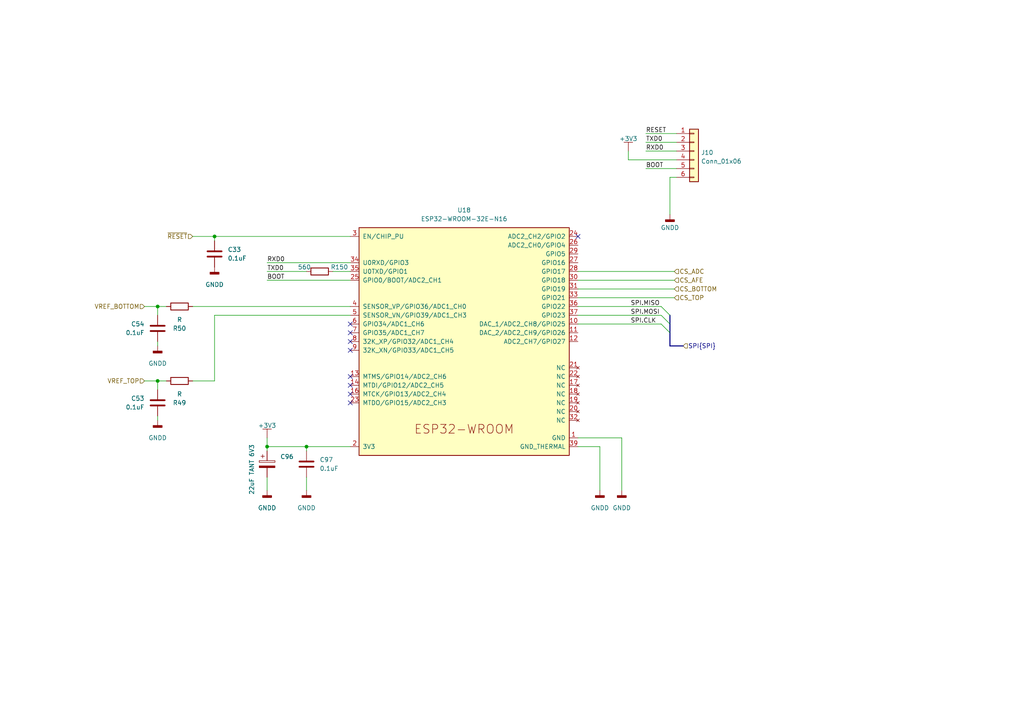
<source format=kicad_sch>
(kicad_sch (version 20250114) (generator "eeschema") (generator_version "9.0")
  (paper "A4")
  (lib_symbols
    (symbol "Connector_Generic:Conn_01x06" (pin_names (offset 1.016) (hide yes))
      (property "Reference" "J" (at 0 7.62 0))
      (property "Value" "Conn_01x06" (at 0 -10.16 0))
      (symbol "Conn_01x06_1_1"
        (rectangle (start -1.27 6.35) (end 1.27 -8.89) (stroke (width 0.254)) (fill (type background)))
        (rectangle (start -1.27 5.207) (end 0 4.953) (stroke (width 0.1524)))
        (rectangle (start -1.27 2.667) (end 0 2.413) (stroke (width 0.1524)))
        (rectangle (start -1.27 0.127) (end 0 -0.127) (stroke (width 0.1524)))
        (rectangle (start -1.27 -2.413) (end 0 -2.667) (stroke (width 0.1524)))
        (rectangle (start -1.27 -4.953) (end 0 -5.207) (stroke (width 0.1524)))
        (rectangle (start -1.27 -7.493) (end 0 -7.747) (stroke (width 0.1524)))
        (pin passive line (at -5.08 5.08 0) (length 3.81) (name "Pin_1") (number "1"))
        (pin passive line (at -5.08 2.54 0) (length 3.81) (name "Pin_2") (number "2"))
        (pin passive line (at -5.08 0 0) (length 3.81) (name "Pin_3") (number "3"))
        (pin passive line (at -5.08 -2.54 0) (length 3.81) (name "Pin_4") (number "4"))
        (pin passive line (at -5.08 -5.08 0) (length 3.81) (name "Pin_5") (number "5"))
        (pin passive line (at -5.08 -7.62 0) (length 3.81) (name "Pin_6") (number "6"))
      )
    )
    (symbol "Device:C" (pin_numbers (hide yes)) (pin_names (offset 0.254))
      (property "Reference" "C" (at 0.635 2.54 0))
      (property "Value" "C" (at 0.635 -2.54 0))
      (symbol "C_0_1"
        (polyline (pts (xy -2.032 0.762) (xy 2.032 0.762)) (stroke (width 0.508)))
        (polyline (pts (xy -2.032 -0.762) (xy 2.032 -0.762)) (stroke (width 0.508)))
      )
      (symbol "C_1_1"
        (pin passive line (at 0 3.81 270) (length 2.794) (name "~") (number "1"))
        (pin passive line (at 0 -3.81 90) (length 2.794) (name "~") (number "2"))
      )
    )
    (symbol "Device:C_Polarized" (pin_numbers (hide yes)) (pin_names (offset 0.254))
      (property "Reference" "C" (at 0.635 2.54 0))
      (property "Value" "C_Polarized" (at 0.635 -2.54 0))
      (symbol "C_Polarized_0_1"
        (rectangle (start -2.286 0.508) (end 2.286 1.016))
        (polyline (pts (xy -1.778 2.286) (xy -0.762 2.286)))
        (polyline (pts (xy -1.27 2.794) (xy -1.27 1.778)))
        (rectangle (start 2.286 -0.508) (end -2.286 -1.016) (fill (type outline)))
      )
      (symbol "C_Polarized_1_1"
        (pin passive line (at 0 3.81 270) (length 2.794) (name "~") (number "1"))
        (pin passive line (at 0 -3.81 90) (length 2.794) (name "~") (number "2"))
      )
    )
    (symbol "Device:R" (pin_numbers (hide yes)) (pin_names (offset 0))
      (property "Reference" "R" (at 2.032 0 90))
      (property "Value" "R" (at 0 0 90))
      (symbol "R_0_1"
        (rectangle (start -1.016 -2.54) (end 1.016 2.54) (stroke (width 0.254)))
      )
      (symbol "R_1_1"
        (pin passive line (at 0 3.81 270) (length 1.27) (name "~") (number "1"))
        (pin passive line (at 0 -3.81 90) (length 1.27) (name "~") (number "2"))
      )
    )
    (symbol "Espressive:ESP32-WROOM-E" (pin_names (offset 1.016))
      (property "Reference" "U" (at -30.48 38.1 0))
      (property "Value" "ESP32-WROOM-E" (at -30.48 35.56 0))
      (symbol "ESP32-WROOM-E_0_1"
        (rectangle (start -30.48 33.02) (end 30.48 -33.02) (stroke (width 0.254)) (fill (type background)))
      )
      (symbol "ESP32-WROOM-E_1_1"
        (text "ESP32-­WROOM­" (at 0 -25.4 0) (effects (font (size 2.54 2.54))))
        (pin input line (at -33.02 30.48 0) (length 2.54) (name "EN/CHIP_PU") (number "3"))
        (pin bidirectional line (at -33.02 22.86 0) (length 2.54) (name "U0RXD/GPIO3") (number "34"))
        (pin bidirectional line (at -33.02 20.32 0) (length 2.54) (name "U0TXD/GPIO1") (number "35"))
        (pin bidirectional line (at -33.02 17.78 0) (length 2.54) (name "GPIO0/BOOT/ADC2_CH1") (number "25"))
        (pin input line (at -33.02 10.16 0) (length 2.54) (name "SENSOR_VP/GPIO36/ADC1_CH0") (number "4"))
        (pin input line (at -33.02 7.62 0) (length 2.54) (name "SENSOR_VN/GPIO39/ADC1_CH3") (number "5"))
        (pin input line (at -33.02 5.08 0) (length 2.54) (name "GPIO34/ADC1_CH6") (number "6"))
        (pin input line (at -33.02 2.54 0) (length 2.54) (name "GPIO35/ADC1_CH7") (number "7"))
        (pin bidirectional line (at -33.02 0 0) (length 2.54) (name "32K_XP/GPIO32/ADC1_CH4") (number "8"))
        (pin bidirectional line (at -33.02 -2.54 0) (length 2.54) (name "32K_XN/GPIO33/ADC1_CH5") (number "9"))
        (pin bidirectional line (at -33.02 -10.16 0) (length 2.54) (name "MTMS/GPIO14/ADC2_CH6") (number "13"))
        (pin bidirectional line (at -33.02 -12.7 0) (length 2.54) (name "MTDI/GPIO12/ADC2_CH5") (number "14"))
        (pin bidirectional line (at -33.02 -15.24 0) (length 2.54) (name "MTCK/GPIO13/ADC2_CH4") (number "16"))
        (pin bidirectional line (at -33.02 -17.78 0) (length 2.54) (name "MTDO/GPIO15/ADC2_CH3") (number "23"))
        (pin power_in line (at -33.02 -30.48 0) (length 2.54) (name "3V3") (number "2"))
        (pin bidirectional line (at 33.02 30.48 180) (length 2.54) (name "ADC2_CH2/GPIO2") (number "24"))
        (pin bidirectional line (at 33.02 27.94 180) (length 2.54) (name "ADC2_CH0/GPIO4") (number "26"))
        (pin bidirectional line (at 33.02 25.4 180) (length 2.54) (name "GPIO5") (number "29"))
        (pin bidirectional line (at 33.02 22.86 180) (length 2.54) (name "GPIO16") (number "27"))
        (pin bidirectional line (at 33.02 20.32 180) (length 2.54) (name "GPIO17") (number "28"))
        (pin bidirectional line (at 33.02 17.78 180) (length 2.54) (name "GPIO18") (number "30"))
        (pin bidirectional line (at 33.02 15.24 180) (length 2.54) (name "GPIO19") (number "31"))
        (pin bidirectional line (at 33.02 12.7 180) (length 2.54) (name "GPIO21") (number "33"))
        (pin bidirectional line (at 33.02 10.16 180) (length 2.54) (name "GPIO22") (number "36"))
        (pin bidirectional line (at 33.02 7.62 180) (length 2.54) (name "GPIO23") (number "37"))
        (pin bidirectional line (at 33.02 5.08 180) (length 2.54) (name "DAC_1/ADC2_CH8/GPIO25") (number "10"))
        (pin bidirectional line (at 33.02 2.54 180) (length 2.54) (name "DAC_2/ADC2_CH9/GPIO26") (number "11"))
        (pin bidirectional line (at 33.02 0 180) (length 2.54) (name "ADC2_CH7/GPIO27") (number "12"))
        (pin no_connect line (at 33.02 -7.62 180) (length 2.54) (name "NC") (number "21"))
        (pin no_connect line (at 33.02 -10.16 180) (length 2.54) (name "NC") (number "22"))
        (pin no_connect line (at 33.02 -12.7 180) (length 2.54) (name "NC") (number "17"))
        (pin no_connect line (at 33.02 -15.24 180) (length 2.54) (name "NC") (number "18"))
        (pin no_connect line (at 33.02 -17.78 180) (length 2.54) (name "NC") (number "19"))
        (pin no_connect line (at 33.02 -20.32 180) (length 2.54) (name "NC") (number "20"))
        (pin no_connect line (at 33.02 -22.86 180) (length 2.54) (name "NC") (number "32"))
        (pin power_in line (at 33.02 -27.94 180) (length 2.54) (name "GND") (number "1"))
        (pin passive line (at 33.02 -27.94 180) (length 2.54) (hide yes) (name "GND") (number "15"))
        (pin passive line (at 33.02 -27.94 180) (length 2.54) (hide yes) (name "GND") (number "38"))
        (pin power_in line (at 33.02 -30.48 180) (length 2.54) (name "GND_THERMAL") (number "39"))
      )
    )
    (symbol "power:+3V3" (power) (pin_names (offset 0))
      (property "Value" "+3V3" (at 0 3.556 0))
      (symbol "+3V3_0_1"
        (polyline (pts (xy -1.27 2.54) (xy 0 2.54)))
        (polyline (pts (xy 0 2.54) (xy 1.27 2.54)))
        (polyline (pts (xy 0 0) (xy 0 2.54)))
      )
      (symbol "+3V3_1_1"
        (pin power_in line (at 0 0 90) (length 0) (hide yes) (name "+3V3") (number "1"))
      )
    )
    (symbol "power:GND" (power) (pin_names (offset 0))
      (property "Value" "GND" (at 0 -3.175 0))
      (symbol "GND_0_1"
        (rectangle (start -1.27 -1.524) (end 1.27 -2.032) (stroke (width 0.254)) (fill (type outline)))
        (polyline (pts (xy 0 0) (xy 0 -1.524)))
      )
      (symbol "GND_1_1"
        (pin power_in line (at 0 0 270) (length 0) (hide yes) (name "GNDD") (number "1"))
      )
    )
  )
  (junction (at 45.72 88.9))
  (junction (at 77.47 129.54))
  (junction (at 88.9 129.54))
  (junction (at 62.23 68.58))
  (junction (at 45.72 110.49))
  (no_connect (at 101.6 116.84))
  (no_connect (at 101.6 96.52))
  (no_connect (at 101.6 111.76))
  (no_connect (at 101.6 93.98))
  (no_connect (at 101.6 99.06))
  (no_connect (at 101.6 114.3))
  (no_connect (at 167.64 68.58))
  (no_connect (at 101.6 109.22))
  (no_connect (at 101.6 101.6))
  (bus_entry (at 191.77 88.9) (size 2.54 2.54))
  (bus_entry (at 191.77 93.98) (size 2.54 2.54))
  (bus_entry (at 191.77 91.44) (size 2.54 2.54))
  (bus (pts (xy 194.31 91.44) (xy 194.31 93.98)))
  (wire (pts (xy 187.325 43.815) (xy 196.215 43.815)))
  (wire (pts (xy 48.26 88.9) (xy 45.72 88.9)))
  (wire (pts (xy 77.47 127) (xy 77.47 129.54)))
  (wire (pts (xy 167.64 91.44) (xy 191.77 91.44)))
  (wire (pts (xy 167.64 83.82) (xy 195.58 83.82)))
  (wire (pts (xy 88.9 138.43) (xy 88.9 142.24)))
  (wire (pts (xy 194.31 51.435) (xy 194.31 62.23)))
  (wire (pts (xy 45.72 88.9) (xy 45.72 91.44)))
  (wire (pts (xy 77.47 78.74) (xy 88.9 78.74)))
  (wire (pts (xy 55.88 88.9) (xy 101.6 88.9)))
  (wire (pts (xy 55.88 110.49) (xy 62.23 110.49)))
  (wire (pts (xy 45.72 120.65) (xy 45.72 121.92)))
  (bus (pts (xy 194.31 93.98) (xy 194.31 96.52)))
  (wire (pts (xy 167.64 88.9) (xy 191.77 88.9)))
  (wire (pts (xy 62.23 68.58) (xy 62.23 69.85)))
  (wire (pts (xy 45.72 88.9) (xy 41.91 88.9)))
  (wire (pts (xy 45.72 110.49) (xy 41.91 110.49)))
  (wire (pts (xy 77.47 81.28) (xy 101.6 81.28)))
  (wire (pts (xy 182.245 46.355) (xy 196.215 46.355)))
  (wire (pts (xy 96.52 78.74) (xy 101.6 78.74)))
  (wire (pts (xy 48.26 110.49) (xy 45.72 110.49)))
  (wire (pts (xy 77.47 129.54) (xy 77.47 130.81)))
  (wire (pts (xy 180.34 127) (xy 180.34 142.24)))
  (wire (pts (xy 45.72 99.06) (xy 45.72 100.33)))
  (wire (pts (xy 77.47 76.2) (xy 101.6 76.2)))
  (wire (pts (xy 167.64 93.98) (xy 191.77 93.98)))
  (wire (pts (xy 62.23 91.44) (xy 101.6 91.44)))
  (wire (pts (xy 182.245 43.815) (xy 182.245 46.355)))
  (wire (pts (xy 88.9 129.54) (xy 88.9 130.81)))
  (wire (pts (xy 77.47 129.54) (xy 88.9 129.54)))
  (wire (pts (xy 167.64 81.28) (xy 195.58 81.28)))
  (wire (pts (xy 45.72 110.49) (xy 45.72 113.03)))
  (wire (pts (xy 187.325 38.735) (xy 196.215 38.735)))
  (bus (pts (xy 198.12 100.33) (xy 194.31 100.33)))
  (wire (pts (xy 88.9 129.54) (xy 101.6 129.54)))
  (wire (pts (xy 196.215 51.435) (xy 194.31 51.435)))
  (wire (pts (xy 167.64 78.74) (xy 195.58 78.74)))
  (wire (pts (xy 173.99 129.54) (xy 167.64 129.54)))
  (bus (pts (xy 194.31 100.33) (xy 194.31 96.52)))
  (wire (pts (xy 187.325 41.275) (xy 196.215 41.275)))
  (wire (pts (xy 167.64 127) (xy 180.34 127)))
  (wire (pts (xy 167.64 86.36) (xy 195.58 86.36)))
  (wire (pts (xy 77.47 138.43) (xy 77.47 142.24)))
  (wire (pts (xy 62.23 110.49) (xy 62.23 91.44)))
  (wire (pts (xy 62.23 68.58) (xy 101.6 68.58)))
  (wire (pts (xy 55.88 68.58) (xy 62.23 68.58)))
  (wire (pts (xy 187.325 48.895) (xy 196.215 48.895)))
  (wire (pts (xy 173.99 142.24) (xy 173.99 129.54)))
  (label "SPI.MISO" (at 182.88 88.9 0))
  (label "RXD0" (at 77.47 76.2 0))
  (label "TXD0" (at 77.47 78.74 0))
  (label "SPI.CLK" (at 182.88 93.98 0))
  (label "BOOT" (at 187.325 48.895 0))
  (label "TXD0" (at 187.325 41.275 0))
  (label "RXD0" (at 187.325 43.815 0))
  (label "RESET" (at 187.325 38.735 0))
  (label "SPI.MOSI" (at 182.88 91.44 0))
  (label "BOOT" (at 77.47 81.28 0))
  (hierarchical_label "SPI{SPI}" (shape input) (at 198.12 100.33 0))
  (hierarchical_label "VREF_BOTTOM" (shape input) (at 41.91 88.9 180))
  (hierarchical_label "CS_TOP" (shape input) (at 195.58 86.36 0))
  (hierarchical_label "CS_AFE" (shape input) (at 195.58 81.28 0))
  (hierarchical_label "CS_ADC" (shape input) (at 195.58 78.74 0))
  (hierarchical_label "VREF_TOP" (shape input) (at 41.91 110.49 180))
  (hierarchical_label "CS_BOTTOM" (shape input) (at 195.58 83.82 0))
  (hierarchical_label "~{RESET}" (shape input) (at 55.88 68.58 180))
  (symbol (lib_id "Connector_Generic:Conn_01x06") (at 201.295 43.815 0) (unit 1) (in_bom no)
    (property "Reference" "J10" (at 203.327 44.2503 0) (effects (justify left)))
    (property "Value" "Conn_01x06" (at 203.327 46.7872 0) (effects (justify left)))
    (property "Footprint" "Connector_PinHeader_2.54mm:PinHeader_1x06_P2.54mm_Vertical" (effects (hide yes)))
    (property "Description" "Connector Header Through Hole 6 position 0.100\" (2.54mm)" (effects (hide yes)))
    (property "Manufacturer" "Würth Elektronik" (effects (hide yes)))
    (property "Manufacturer Product Number" "61300611121" (effects (hide yes)))
  )
  (symbol (lib_id "Device:C") (at 88.9 134.62 0) (unit 1)
    (property "Reference" "C97" (at 92.71 133.3499 0) (effects (justify left)))
    (property "Value" "0.1uF" (at 92.71 135.8899 0) (effects (justify left)))
    (property "Footprint" "Capacitor_SMD:C_0603_1608Metric" (effects (hide yes)))
    (property "Description" "0.1 µF ±10% 100V Ceramic Capacitor X7R 0603 (1608 Metric)" (effects (hide yes)))
    (property "Manufacturer" "Murata Electronics" (effects (hide yes)))
    (property "Manufacturer Product Number" "GRM188R72A104KA35D" (effects (hide yes)))
  )
  (symbol (lib_id "Espressive:ESP32-WROOM-E") (at 134.62 99.06 0) (unit 1)
    (property "Reference" "U18" (at 134.62 60.96 0))
    (property "Value" "ESP32-WROOM-32E-N16" (at 134.62 63.5 0))
    (property "Footprint" "Espressif:ESP32-WROOM-32E" (effects (hide yes)))
    (property "Datasheet" "https://www.espressif.com/sites/default/files/documentation/esp32-wroom-32e_esp32-wroom-32ue_datasheet_en.pdf" (effects (hide yes)))
    (property "Description" "RF TXRX MOD WIFI TRACE ANT SMD" (effects (hide yes)))
    (property "Manufacturer" "Espressif Systems" (effects (hide yes)))
    (property "Manufacturer Product Number" "ESP32-WROOM-32E-N16" (effects (hide yes)))
  )
  (symbol (lib_id "Device:C") (at 62.23 73.66 0) (unit 1)
    (property "Reference" "C33" (at 66.04 72.3899 0) (effects (justify left)))
    (property "Value" "0.1uF" (at 66.04 74.9299 0) (effects (justify left)))
    (property "Footprint" "Capacitor_SMD:C_0603_1608Metric" (effects (hide yes)))
    (property "Description" "0.1 µF ±10% 100V Ceramic Capacitor X7R 0603 (1608 Metric)" (effects (hide yes)))
    (property "Manufacturer" "Murata Electronics" (effects (hide yes)))
    (property "Manufacturer Product Number" "GRM188R72A104KA35D" (effects (hide yes)))
  )
  (symbol (lib_id "power:GND") (at 45.72 121.92 0) (unit 1)
    (property "Reference" "#PWR081" (effects (hide yes)))
    (property "Value" "GNDD" (at 45.72 127 0))
  )
  (symbol (lib_id "power:GND") (at 194.31 62.23 0) (unit 1)
    (property "Reference" "#PWR048" (effects (hide yes)))
    (property "Value" "GNDD" (at 194.31 66.04 0))
  )
  (symbol (lib_id "Device:C") (at 45.72 116.84 0) (mirror y) (unit 1)
    (property "Reference" "C53" (at 41.91 115.5699 0) (effects (justify left)))
    (property "Value" "0.1uF" (at 41.91 118.1099 0) (effects (justify left)))
    (property "Footprint" "Capacitor_SMD:C_0603_1608Metric" (effects (hide yes)))
    (property "Description" "0.1 µF ±10% 100V Ceramic Capacitor X7R 0603 (1608 Metric)" (effects (hide yes)))
    (property "Manufacturer" "Murata Electronics" (effects (hide yes)))
    (property "Manufacturer Product Number" "GRM188R72A104KA35D" (effects (hide yes)))
  )
  (symbol (lib_id "power:GND") (at 180.34 142.24 0) (unit 1)
    (property "Reference" "#PWR0185" (effects (hide yes)))
    (property "Value" "GNDD" (at 180.34 147.32 0))
  )
  (symbol (lib_id "power:GND") (at 77.47 142.24 0) (unit 1)
    (property "Reference" "#PWR0176" (effects (hide yes)))
    (property "Value" "GNDD" (at 77.47 147.32 0))
  )
  (symbol (lib_id "power:+3V3") (at 77.47 127 0) (unit 1)
    (property "Reference" "#PWR0175" (effects (hide yes)))
    (property "Value" "+3V3" (at 77.47 123.4242 0))
  )
  (symbol (lib_id "power:GND") (at 45.72 100.33 0) (unit 1)
    (property "Reference" "#PWR082" (effects (hide yes)))
    (property "Value" "GNDD" (at 45.72 105.41 0))
  )
  (symbol (lib_id "power:GND") (at 88.9 142.24 0) (unit 1)
    (property "Reference" "#PWR0178" (effects (hide yes)))
    (property "Value" "GNDD" (at 88.9 147.32 0))
  )
  (symbol (lib_id "Device:R") (at 52.07 88.9 90) (mirror x) (unit 1)
    (property "Reference" "R50" (at 52.07 95.25 90))
    (property "Value" "R" (at 52.07 92.71 90))
    (property "Description" "Resistor" (effects (hide yes)))
  )
  (symbol (lib_id "Device:C_Polarized") (at 77.47 134.62 0) (unit 1)
    (property "Reference" "C96" (at 81.28 132.4609 0) (effects (justify left)))
    (property "Value" "22uF TANT 6V3" (at 73.025 143.51 90) (effects (justify left)))
    (property "Footprint" "Capacitor_Tantalum_SMD:CP_EIA-2012-12_Kemet-R" (effects (hide yes)))
    (property "Datasheet" "https://www.vishay.com/docs/40179/tmcp.pdf" (effects (hide yes)))
    (property "Description" "CAP TANT 22UF 20% 6.3V 0805" (effects (hide yes)))
    (property "Manufacturer" "Vishay Sprague" (effects (hide yes)))
    (property "Manufacturer Product Number" "TMCP0J226MTRF" (effects (hide yes)))
  )
  (symbol (lib_id "power:+3V3") (at 182.245 43.815 0) (unit 1)
    (property "Reference" "#PWR049" (effects (hide yes)))
    (property "Value" "+3V3" (at 182.245 40.2392 0))
  )
  (symbol (lib_id "Device:C") (at 45.72 95.25 0) (mirror y) (unit 1)
    (property "Reference" "C54" (at 41.91 93.9799 0) (effects (justify left)))
    (property "Value" "0.1uF" (at 41.91 96.5199 0) (effects (justify left)))
    (property "Footprint" "Capacitor_SMD:C_0603_1608Metric" (effects (hide yes)))
    (property "Description" "0.1 µF ±10% 100V Ceramic Capacitor X7R 0603 (1608 Metric)" (effects (hide yes)))
    (property "Manufacturer" "Murata Electronics" (effects (hide yes)))
    (property "Manufacturer Product Number" "GRM188R72A104KA35D" (effects (hide yes)))
  )
  (symbol (lib_id "power:GND") (at 62.23 77.47 0) (mirror y) (unit 1)
    (property "Reference" "#PWR047" (effects (hide yes)))
    (property "Value" "GNDD" (at 62.23 82.55 0))
  )
  (symbol (lib_id "Device:R") (at 52.07 110.49 90) (mirror x) (unit 1)
    (property "Reference" "R49" (at 52.07 116.84 90))
    (property "Value" "R" (at 52.07 114.3 90))
    (property "Description" "Resistor" (effects (hide yes)))
  )
  (symbol (lib_id "power:GND") (at 173.99 142.24 0) (unit 1)
    (property "Reference" "#PWR0182" (effects (hide yes)))
    (property "Value" "GNDD" (at 173.99 147.32 0))
  )
  (symbol (lib_id "Device:R") (at 92.71 78.74 270) (unit 1)
    (property "Reference" "R150" (at 95.885 77.47 90) (effects (justify left)))
    (property "Value" "560" (at 86.36 77.47 90) (effects (justify left)))
    (property "Footprint" "Resistor_SMD:R_0603_1608Metric" (effects (hide yes)))
    (property "Description" "RES 560 OHM 1% 1/4W 0603" (effects (hide yes)))
    (property "Manufacturer" "TE Connectivity Passive Product" (effects (hide yes)))
  )
)
</source>
